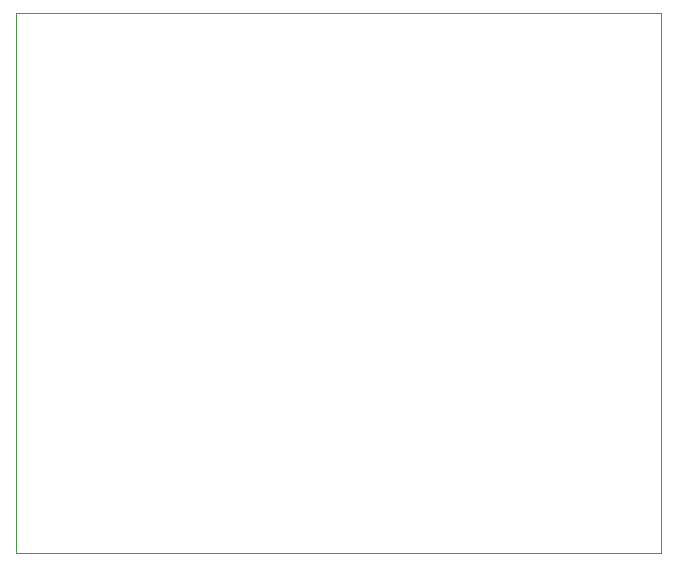
<source format=gbr>
%TF.GenerationSoftware,KiCad,Pcbnew,5.1.7*%
%TF.CreationDate,2020-10-23T00:09:38-07:00*%
%TF.ProjectId,n64_basic,6e36345f-6261-4736-9963-2e6b69636164,rev?*%
%TF.SameCoordinates,Original*%
%TF.FileFunction,Profile,NP*%
%FSLAX46Y46*%
G04 Gerber Fmt 4.6, Leading zero omitted, Abs format (unit mm)*
G04 Created by KiCad (PCBNEW 5.1.7) date 2020-10-23 00:09:38*
%MOMM*%
%LPD*%
G01*
G04 APERTURE LIST*
%TA.AperFunction,Profile*%
%ADD10C,0.050000*%
%TD*%
G04 APERTURE END LIST*
D10*
X89535000Y-123825000D02*
X89535000Y-78105000D01*
X144145000Y-123825000D02*
X89535000Y-123825000D01*
X144145000Y-78105000D02*
X144145000Y-123825000D01*
X89535000Y-78105000D02*
X144145000Y-78105000D01*
M02*

</source>
